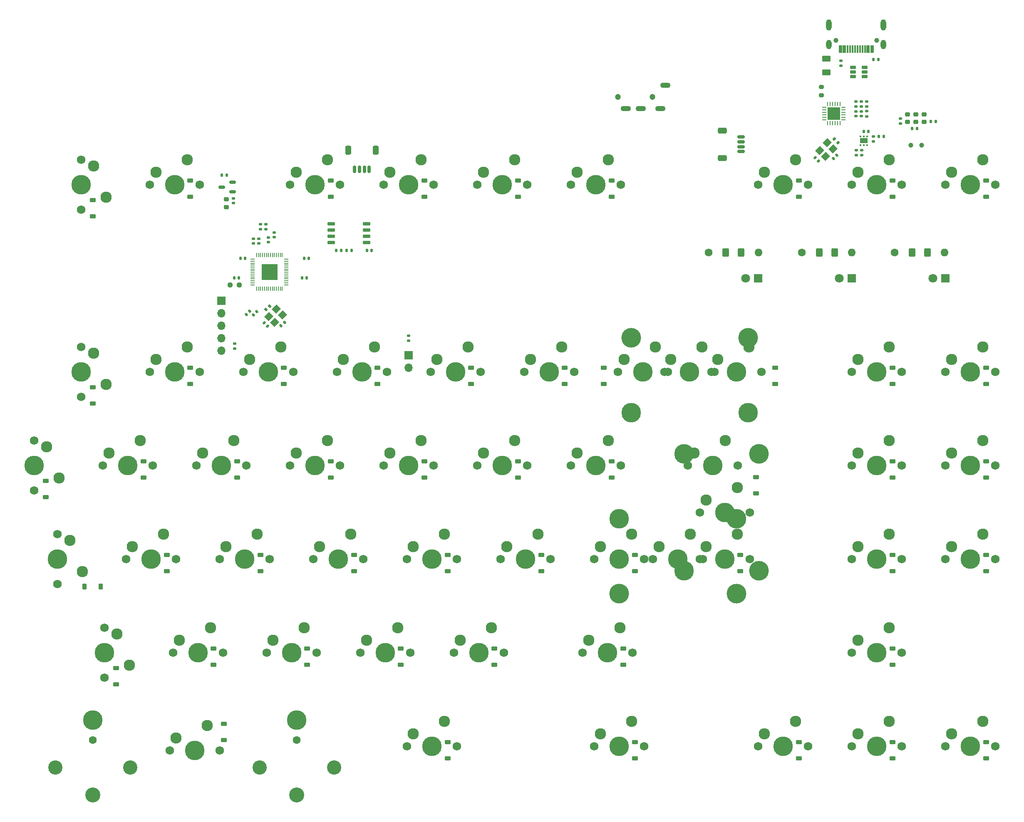
<source format=gbr>
%TF.GenerationSoftware,KiCad,Pcbnew,8.0.2*%
%TF.CreationDate,2024-11-08T19:37:49-08:00*%
%TF.ProjectId,gh80-5000-right,67683830-2d35-4303-9030-2d7269676874,rev?*%
%TF.SameCoordinates,Original*%
%TF.FileFunction,Soldermask,Bot*%
%TF.FilePolarity,Negative*%
%FSLAX46Y46*%
G04 Gerber Fmt 4.6, Leading zero omitted, Abs format (unit mm)*
G04 Created by KiCad (PCBNEW 8.0.2) date 2024-11-08 19:37:49*
%MOMM*%
%LPD*%
G01*
G04 APERTURE LIST*
G04 Aperture macros list*
%AMRoundRect*
0 Rectangle with rounded corners*
0 $1 Rounding radius*
0 $2 $3 $4 $5 $6 $7 $8 $9 X,Y pos of 4 corners*
0 Add a 4 corners polygon primitive as box body*
4,1,4,$2,$3,$4,$5,$6,$7,$8,$9,$2,$3,0*
0 Add four circle primitives for the rounded corners*
1,1,$1+$1,$2,$3*
1,1,$1+$1,$4,$5*
1,1,$1+$1,$6,$7*
1,1,$1+$1,$8,$9*
0 Add four rect primitives between the rounded corners*
20,1,$1+$1,$2,$3,$4,$5,0*
20,1,$1+$1,$4,$5,$6,$7,0*
20,1,$1+$1,$6,$7,$8,$9,0*
20,1,$1+$1,$8,$9,$2,$3,0*%
%AMRotRect*
0 Rectangle, with rotation*
0 The origin of the aperture is its center*
0 $1 length*
0 $2 width*
0 $3 Rotation angle, in degrees counterclockwise*
0 Add horizontal line*
21,1,$1,$2,0,0,$3*%
G04 Aperture macros list end*
%ADD10C,1.750000*%
%ADD11C,3.987800*%
%ADD12C,2.300000*%
%ADD13C,4.000000*%
%ADD14C,2.900000*%
%ADD15C,1.600000*%
%ADD16C,3.048000*%
%ADD17RoundRect,0.225000X0.375000X-0.225000X0.375000X0.225000X-0.375000X0.225000X-0.375000X-0.225000X0*%
%ADD18RoundRect,0.140000X0.219203X0.021213X0.021213X0.219203X-0.219203X-0.021213X-0.021213X-0.219203X0*%
%ADD19RoundRect,0.135000X-0.185000X0.135000X-0.185000X-0.135000X0.185000X-0.135000X0.185000X0.135000X0*%
%ADD20RoundRect,0.150000X0.625000X-0.150000X0.625000X0.150000X-0.625000X0.150000X-0.625000X-0.150000X0*%
%ADD21RoundRect,0.250000X0.650000X-0.350000X0.650000X0.350000X-0.650000X0.350000X-0.650000X-0.350000X0*%
%ADD22RoundRect,0.250000X-0.625000X0.375000X-0.625000X-0.375000X0.625000X-0.375000X0.625000X0.375000X0*%
%ADD23O,1.600000X1.600000*%
%ADD24C,1.200000*%
%ADD25O,2.100000X1.100000*%
%ADD26R,1.800000X1.800000*%
%ADD27C,1.800000*%
%ADD28RotRect,1.400000X1.200000X45.000000*%
%ADD29RoundRect,0.140000X0.170000X-0.140000X0.170000X0.140000X-0.170000X0.140000X-0.170000X-0.140000X0*%
%ADD30RoundRect,0.140000X-0.021213X0.219203X-0.219203X0.021213X0.021213X-0.219203X0.219203X-0.021213X0*%
%ADD31R,1.700000X1.700000*%
%ADD32O,1.700000X1.700000*%
%ADD33RoundRect,0.135000X0.185000X-0.135000X0.185000X0.135000X-0.185000X0.135000X-0.185000X-0.135000X0*%
%ADD34RoundRect,0.237500X0.250000X0.237500X-0.250000X0.237500X-0.250000X-0.237500X0.250000X-0.237500X0*%
%ADD35RoundRect,0.150000X-0.150000X-0.625000X0.150000X-0.625000X0.150000X0.625000X-0.150000X0.625000X0*%
%ADD36RoundRect,0.250000X-0.350000X-0.650000X0.350000X-0.650000X0.350000X0.650000X-0.350000X0.650000X0*%
%ADD37RoundRect,0.218750X-0.256250X0.218750X-0.256250X-0.218750X0.256250X-0.218750X0.256250X0.218750X0*%
%ADD38RoundRect,0.140000X-0.140000X-0.170000X0.140000X-0.170000X0.140000X0.170000X-0.140000X0.170000X0*%
%ADD39C,1.000000*%
%ADD40RoundRect,0.135000X-0.135000X-0.185000X0.135000X-0.185000X0.135000X0.185000X-0.135000X0.185000X0*%
%ADD41RoundRect,0.050000X0.387500X0.050000X-0.387500X0.050000X-0.387500X-0.050000X0.387500X-0.050000X0*%
%ADD42RoundRect,0.050000X0.050000X0.387500X-0.050000X0.387500X-0.050000X-0.387500X0.050000X-0.387500X0*%
%ADD43R,3.200000X3.200000*%
%ADD44RoundRect,0.050800X-0.300000X-0.700000X0.300000X-0.700000X0.300000X0.700000X-0.300000X0.700000X0*%
%ADD45RoundRect,0.050800X-0.150000X-0.700000X0.150000X-0.700000X0.150000X0.700000X-0.150000X0.700000X0*%
%ADD46O,1.101600X2.301600*%
%ADD47O,1.101600X1.901600*%
%ADD48RoundRect,0.150000X0.475000X0.150000X-0.475000X0.150000X-0.475000X-0.150000X0.475000X-0.150000X0*%
%ADD49RoundRect,0.140000X0.140000X0.170000X-0.140000X0.170000X-0.140000X-0.170000X0.140000X-0.170000X0*%
%ADD50RoundRect,0.135000X0.135000X0.185000X-0.135000X0.185000X-0.135000X-0.185000X0.135000X-0.185000X0*%
%ADD51RoundRect,0.135000X0.035355X-0.226274X0.226274X-0.035355X-0.035355X0.226274X-0.226274X0.035355X0*%
%ADD52RoundRect,0.225000X-0.375000X0.225000X-0.375000X-0.225000X0.375000X-0.225000X0.375000X0.225000X0*%
%ADD53RoundRect,0.140000X0.021213X-0.219203X0.219203X-0.021213X-0.021213X0.219203X-0.219203X0.021213X0*%
%ADD54RoundRect,0.140000X-0.170000X0.140000X-0.170000X-0.140000X0.170000X-0.140000X0.170000X0.140000X0*%
%ADD55RoundRect,0.225000X0.225000X0.375000X-0.225000X0.375000X-0.225000X-0.375000X0.225000X-0.375000X0*%
%ADD56RotRect,1.400000X1.200000X225.000000*%
%ADD57RoundRect,0.062500X0.062500X-0.375000X0.062500X0.375000X-0.062500X0.375000X-0.062500X-0.375000X0*%
%ADD58RoundRect,0.062500X0.375000X-0.062500X0.375000X0.062500X-0.375000X0.062500X-0.375000X-0.062500X0*%
%ADD59R,2.600000X2.600000*%
%ADD60RoundRect,0.150000X-0.650000X-0.150000X0.650000X-0.150000X0.650000X0.150000X-0.650000X0.150000X0*%
%ADD61RoundRect,0.225000X-0.250000X0.225000X-0.250000X-0.225000X0.250000X-0.225000X0.250000X0.225000X0*%
%ADD62RoundRect,0.150000X0.512500X0.150000X-0.512500X0.150000X-0.512500X-0.150000X0.512500X-0.150000X0*%
%ADD63RoundRect,0.250000X-0.400000X-0.625000X0.400000X-0.625000X0.400000X0.625000X-0.400000X0.625000X0*%
%ADD64RoundRect,0.135000X0.226274X0.035355X0.035355X0.226274X-0.226274X-0.035355X-0.035355X-0.226274X0*%
%ADD65RoundRect,0.093750X0.106250X-0.093750X0.106250X0.093750X-0.106250X0.093750X-0.106250X-0.093750X0*%
%ADD66R,1.600000X1.000000*%
%ADD67RoundRect,0.218750X0.256250X-0.218750X0.256250X0.218750X-0.256250X0.218750X-0.256250X-0.218750X0*%
%ADD68RoundRect,0.200000X-0.275000X0.200000X-0.275000X-0.200000X0.275000X-0.200000X0.275000X0.200000X0*%
G04 APERTURE END LIST*
D10*
%TO.C,MX24*%
X166370000Y-133350000D03*
D11*
X171450000Y-133350000D03*
D10*
X176530000Y-133350000D03*
D12*
X167640000Y-130810000D03*
X173990000Y-128270000D03*
%TD*%
D10*
%TO.C,MX35*%
X194945000Y-152400000D03*
D11*
X200025000Y-152400000D03*
D10*
X205105000Y-152400000D03*
D12*
X196215000Y-149860000D03*
X202565000Y-147320000D03*
%TD*%
D10*
%TO.C,MX22*%
X161607500Y-209550000D03*
D11*
X166687500Y-209550000D03*
D10*
X171767500Y-209550000D03*
D12*
X162877500Y-207010000D03*
X169227500Y-204470000D03*
%TD*%
D13*
%TO.C,S3*%
X207168750Y-126365000D03*
D11*
X207168750Y-141605000D03*
D13*
X230981250Y-126365000D03*
D11*
X230981250Y-141605000D03*
%TD*%
D10*
%TO.C,MX25*%
X156845000Y-152400000D03*
D11*
X161925000Y-152400000D03*
D10*
X167005000Y-152400000D03*
D12*
X158115000Y-149860000D03*
X164465000Y-147320000D03*
%TD*%
D10*
%TO.C,MX23*%
X175895000Y-95250000D03*
D11*
X180975000Y-95250000D03*
D10*
X186055000Y-95250000D03*
D12*
X177165000Y-92710000D03*
X183515000Y-90170000D03*
%TD*%
D10*
%TO.C,MX55*%
X271145000Y-209550000D03*
D11*
X276225000Y-209550000D03*
D10*
X281305000Y-209550000D03*
D12*
X272415000Y-207010000D03*
X278765000Y-204470000D03*
%TD*%
D10*
%TO.C,MX16*%
X133032500Y-190500000D03*
D11*
X138112500Y-190500000D03*
D10*
X143192500Y-190500000D03*
D12*
X134302500Y-187960000D03*
X140652500Y-185420000D03*
%TD*%
D10*
%TO.C,MX51*%
X271145000Y-95250000D03*
D11*
X276225000Y-95250000D03*
D10*
X281305000Y-95250000D03*
D12*
X272415000Y-92710000D03*
X278765000Y-90170000D03*
%TD*%
D10*
%TO.C,MX37*%
X233045000Y-95250000D03*
D11*
X238125000Y-95250000D03*
D10*
X243205000Y-95250000D03*
D12*
X234315000Y-92710000D03*
X240665000Y-90170000D03*
%TD*%
D13*
%TO.C,S2*%
X233203750Y-150018750D03*
D11*
X217963750Y-150018750D03*
D13*
X233203750Y-173831250D03*
D11*
X217963750Y-173831250D03*
%TD*%
D10*
%TO.C,MX45*%
X252095000Y-95250000D03*
D11*
X257175000Y-95250000D03*
D10*
X262255000Y-95250000D03*
D12*
X253365000Y-92710000D03*
X259715000Y-90170000D03*
%TD*%
D10*
%TO.C,MX1*%
X95250000Y-90170000D03*
D11*
X95250000Y-95250000D03*
D10*
X95250000Y-100330000D03*
D12*
X97790000Y-91440000D03*
X100330000Y-97790000D03*
%TD*%
D10*
%TO.C,MX28*%
X194945000Y-95250000D03*
D11*
X200025000Y-95250000D03*
D10*
X205105000Y-95250000D03*
D12*
X196215000Y-92710000D03*
X202565000Y-90170000D03*
%TD*%
D10*
%TO.C,MX26*%
X161607500Y-171450000D03*
D11*
X166687500Y-171450000D03*
D10*
X171767500Y-171450000D03*
D12*
X162877500Y-168910000D03*
X169227500Y-166370000D03*
%TD*%
D10*
%TO.C,MX34*%
X204470000Y-133350000D03*
D11*
X209550000Y-133350000D03*
D10*
X214630000Y-133350000D03*
D12*
X205740000Y-130810000D03*
X212090000Y-128270000D03*
%TD*%
D10*
%TO.C,MX3*%
X85725000Y-147320000D03*
D11*
X85725000Y-152400000D03*
D10*
X85725000Y-157480000D03*
D12*
X88265000Y-148590000D03*
X90805000Y-154940000D03*
%TD*%
D10*
%TO.C,MX8*%
X109220000Y-133350000D03*
D11*
X114300000Y-133350000D03*
D10*
X119380000Y-133350000D03*
D12*
X110490000Y-130810000D03*
X116840000Y-128270000D03*
%TD*%
D10*
%TO.C,MX2*%
X95250000Y-128270000D03*
D11*
X95250000Y-133350000D03*
D10*
X95250000Y-138430000D03*
D12*
X97790000Y-129540000D03*
X100330000Y-135890000D03*
%TD*%
D10*
%TO.C,MX18*%
X147320000Y-133350000D03*
D11*
X152400000Y-133350000D03*
D10*
X157480000Y-133350000D03*
D12*
X148590000Y-130810000D03*
X154940000Y-128270000D03*
%TD*%
D10*
%TO.C,MX6*%
X113337500Y-210350000D03*
D11*
X118417500Y-210350000D03*
D10*
X123497500Y-210350000D03*
D12*
X114607500Y-207810000D03*
X120957500Y-205270000D03*
%TD*%
D10*
%TO.C,MX44*%
X223520000Y-133350000D03*
D11*
X228600000Y-133350000D03*
D10*
X233680000Y-133350000D03*
D12*
X224790000Y-130810000D03*
X231140000Y-128270000D03*
%TD*%
D10*
%TO.C,MX39*%
X218757500Y-152400000D03*
D11*
X223837500Y-152400000D03*
D10*
X228917500Y-152400000D03*
D12*
X220027500Y-149860000D03*
X226377500Y-147320000D03*
%TD*%
D14*
%TO.C,S5*%
X90067500Y-213850000D03*
D15*
X97667500Y-208275000D03*
X97667500Y-219425000D03*
D14*
X105267500Y-213850000D03*
X131567500Y-213850000D03*
D15*
X139167500Y-208275000D03*
X139167500Y-219425000D03*
D14*
X146767500Y-213850000D03*
%TD*%
D10*
%TO.C,MX33*%
X199707500Y-209550000D03*
D11*
X204787500Y-209550000D03*
D10*
X209867500Y-209550000D03*
D12*
X200977500Y-207010000D03*
X207327500Y-204470000D03*
%TD*%
D10*
%TO.C,MX21*%
X152082500Y-190500000D03*
D11*
X157162500Y-190500000D03*
D10*
X162242500Y-190500000D03*
D12*
X153352500Y-187960000D03*
X159702500Y-185420000D03*
%TD*%
D10*
%TO.C,MX7*%
X109220000Y-95250000D03*
D11*
X114300000Y-95250000D03*
D10*
X119380000Y-95250000D03*
D12*
X110490000Y-92710000D03*
X116840000Y-90170000D03*
%TD*%
D10*
%TO.C,MX40*%
X211613750Y-171450000D03*
D11*
X216693750Y-171450000D03*
D10*
X221773750Y-171450000D03*
D12*
X212883750Y-168910000D03*
X219233750Y-166370000D03*
%TD*%
D16*
%TO.C,S4*%
X139167500Y-219435000D03*
D11*
X139167500Y-204195000D03*
D16*
X97667500Y-219435000D03*
D11*
X97667500Y-204195000D03*
%TD*%
D10*
%TO.C,MX13*%
X128270000Y-133350000D03*
D11*
X133350000Y-133350000D03*
D10*
X138430000Y-133350000D03*
D12*
X129540000Y-130810000D03*
X135890000Y-128270000D03*
%TD*%
D10*
%TO.C,MX47*%
X252095000Y-152400000D03*
D11*
X257175000Y-152400000D03*
D10*
X262255000Y-152400000D03*
D12*
X253365000Y-149860000D03*
X259715000Y-147320000D03*
%TD*%
D10*
%TO.C,MX38*%
X213995000Y-133350000D03*
D11*
X219075000Y-133350000D03*
D10*
X224155000Y-133350000D03*
D12*
X215265000Y-130810000D03*
X221615000Y-128270000D03*
%TD*%
D10*
%TO.C,MX29*%
X185420000Y-133350000D03*
D11*
X190500000Y-133350000D03*
D10*
X195580000Y-133350000D03*
D12*
X186690000Y-130810000D03*
X193040000Y-128270000D03*
%TD*%
D10*
%TO.C,MX50*%
X252095000Y-209550000D03*
D11*
X257175000Y-209550000D03*
D10*
X262255000Y-209550000D03*
D12*
X253365000Y-207010000D03*
X259715000Y-204470000D03*
%TD*%
D10*
%TO.C,MX32*%
X197326250Y-190500000D03*
D11*
X202406250Y-190500000D03*
D10*
X207486250Y-190500000D03*
D12*
X198596250Y-187960000D03*
X204946250Y-185420000D03*
%TD*%
D10*
%TO.C,MX17*%
X156845000Y-95250000D03*
D11*
X161925000Y-95250000D03*
D10*
X167005000Y-95250000D03*
D12*
X158115000Y-92710000D03*
X164465000Y-90170000D03*
%TD*%
D13*
%TO.C,S1*%
X228600000Y-178435000D03*
D11*
X228600000Y-163195000D03*
D13*
X204787500Y-178435000D03*
D11*
X204787500Y-163195000D03*
%TD*%
D10*
%TO.C,MX30*%
X175895000Y-152400000D03*
D11*
X180975000Y-152400000D03*
D10*
X186055000Y-152400000D03*
D12*
X177165000Y-149860000D03*
X183515000Y-147320000D03*
%TD*%
D10*
%TO.C,MX27*%
X171132500Y-190500000D03*
D11*
X176212500Y-190500000D03*
D10*
X181292500Y-190500000D03*
D12*
X172402500Y-187960000D03*
X178752500Y-185420000D03*
%TD*%
D10*
%TO.C,MX49*%
X252095000Y-190500000D03*
D11*
X257175000Y-190500000D03*
D10*
X262255000Y-190500000D03*
D12*
X253365000Y-187960000D03*
X259715000Y-185420000D03*
%TD*%
D10*
%TO.C,MX12*%
X137795000Y-95250000D03*
D11*
X142875000Y-95250000D03*
D10*
X147955000Y-95250000D03*
D12*
X139065000Y-92710000D03*
X145415000Y-90170000D03*
%TD*%
D10*
%TO.C,MX48*%
X252095000Y-171450000D03*
D11*
X257175000Y-171450000D03*
D10*
X262255000Y-171450000D03*
D12*
X253365000Y-168910000D03*
X259715000Y-166370000D03*
%TD*%
D10*
%TO.C,MX43*%
X221138750Y-171450000D03*
D11*
X226218750Y-171450000D03*
D10*
X231298750Y-171450000D03*
D12*
X222408750Y-168910000D03*
X228758750Y-166370000D03*
%TD*%
D10*
%TO.C,MX31*%
X180657500Y-171450000D03*
D11*
X185737500Y-171450000D03*
D10*
X190817500Y-171450000D03*
D12*
X181927500Y-168910000D03*
X188277500Y-166370000D03*
%TD*%
D10*
%TO.C,MX42*%
X221138750Y-161925000D03*
D11*
X226218750Y-161925000D03*
D10*
X231298750Y-161925000D03*
D12*
X222408750Y-159385000D03*
X228758750Y-156845000D03*
%TD*%
D10*
%TO.C,MX15*%
X123507500Y-171450000D03*
D11*
X128587500Y-171450000D03*
D10*
X133667500Y-171450000D03*
D12*
X124777500Y-168910000D03*
X131127500Y-166370000D03*
%TD*%
D10*
%TO.C,MX41*%
X233045000Y-209550000D03*
D11*
X238125000Y-209550000D03*
D10*
X243205000Y-209550000D03*
D12*
X234315000Y-207010000D03*
X240665000Y-204470000D03*
%TD*%
D10*
%TO.C,MX36*%
X199707500Y-171450000D03*
D11*
X204787500Y-171450000D03*
D10*
X209867500Y-171450000D03*
D12*
X200977500Y-168910000D03*
X207327500Y-166370000D03*
%TD*%
D10*
%TO.C,MX54*%
X271145000Y-171450000D03*
D11*
X276225000Y-171450000D03*
D10*
X281305000Y-171450000D03*
D12*
X272415000Y-168910000D03*
X278765000Y-166370000D03*
%TD*%
D10*
%TO.C,MX46*%
X252095000Y-133350000D03*
D11*
X257175000Y-133350000D03*
D10*
X262255000Y-133350000D03*
D12*
X253365000Y-130810000D03*
X259715000Y-128270000D03*
%TD*%
D10*
%TO.C,MX20*%
X142557500Y-171450000D03*
D11*
X147637500Y-171450000D03*
D10*
X152717500Y-171450000D03*
D12*
X143827500Y-168910000D03*
X150177500Y-166370000D03*
%TD*%
D10*
%TO.C,MX19*%
X137795000Y-152400000D03*
D11*
X142875000Y-152400000D03*
D10*
X147955000Y-152400000D03*
D12*
X139065000Y-149860000D03*
X145415000Y-147320000D03*
%TD*%
D10*
%TO.C,MX10*%
X104457500Y-171450000D03*
D11*
X109537500Y-171450000D03*
D10*
X114617500Y-171450000D03*
D12*
X105727500Y-168910000D03*
X112077500Y-166370000D03*
%TD*%
D10*
%TO.C,MX14*%
X118745000Y-152400000D03*
D11*
X123825000Y-152400000D03*
D10*
X128905000Y-152400000D03*
D12*
X120015000Y-149860000D03*
X126365000Y-147320000D03*
%TD*%
D10*
%TO.C,MX11*%
X113982500Y-190500000D03*
D11*
X119062500Y-190500000D03*
D10*
X124142500Y-190500000D03*
D12*
X115252500Y-187960000D03*
X121602500Y-185420000D03*
%TD*%
D10*
%TO.C,MX53*%
X271145000Y-152400000D03*
D11*
X276225000Y-152400000D03*
D10*
X281305000Y-152400000D03*
D12*
X272415000Y-149860000D03*
X278765000Y-147320000D03*
%TD*%
D10*
%TO.C,MX4*%
X90487500Y-166370000D03*
D11*
X90487500Y-171450000D03*
D10*
X90487500Y-176530000D03*
D12*
X93027500Y-167640000D03*
X95567500Y-173990000D03*
%TD*%
D10*
%TO.C,MX5*%
X100012500Y-185420000D03*
D11*
X100012500Y-190500000D03*
D10*
X100012500Y-195580000D03*
D12*
X102552500Y-186690000D03*
X105092500Y-193040000D03*
%TD*%
D10*
%TO.C,MX52*%
X271145000Y-133350000D03*
D11*
X276225000Y-133350000D03*
D10*
X281305000Y-133350000D03*
D12*
X272415000Y-130810000D03*
X278765000Y-128270000D03*
%TD*%
D10*
%TO.C,MX9*%
X99695000Y-152400000D03*
D11*
X104775000Y-152400000D03*
D10*
X109855000Y-152400000D03*
D12*
X100965000Y-149860000D03*
X107315000Y-147320000D03*
%TD*%
D17*
%TO.C,D48*%
X279400000Y-97693750D03*
X279400000Y-94393750D03*
%TD*%
D18*
%TO.C,C15*%
X133176911Y-124039411D03*
X132498089Y-123360589D03*
%TD*%
D17*
%TO.C,D28*%
X203200000Y-97693750D03*
X203200000Y-94393750D03*
%TD*%
D19*
%TO.C,R24*%
X249900000Y-69970000D03*
X249900000Y-70990000D03*
%TD*%
%TO.C,R16*%
X255100000Y-78290000D03*
X255100000Y-79310000D03*
%TD*%
D20*
%TO.C,J4*%
X229600000Y-88500000D03*
X229600000Y-87500000D03*
X229600000Y-86500000D03*
X229600000Y-85500000D03*
D21*
X225725000Y-89800000D03*
X225725000Y-84200000D03*
%TD*%
D17*
%TO.C,D46*%
X260350000Y-192943750D03*
X260350000Y-189643750D03*
%TD*%
%TO.C,D5*%
X102393750Y-196912500D03*
X102393750Y-193612500D03*
%TD*%
%TO.C,D32*%
X205581250Y-192943750D03*
X205581250Y-189643750D03*
%TD*%
D22*
%TO.C,F1*%
X246900000Y-69580000D03*
X246900000Y-72380000D03*
%TD*%
D17*
%TO.C,D47*%
X260350000Y-211993750D03*
X260350000Y-208693750D03*
%TD*%
D15*
%TO.C,R13*%
X260826250Y-109000000D03*
D23*
X270986250Y-109000000D03*
%TD*%
D17*
%TO.C,D37*%
X241300000Y-97693750D03*
X241300000Y-94393750D03*
%TD*%
D24*
%TO.C,J2*%
X204524600Y-77380000D03*
X211524500Y-77380000D03*
D25*
X209124500Y-79780000D03*
X206124500Y-79780000D03*
X214124500Y-74980000D03*
X213124500Y-79780000D03*
%TD*%
D19*
%TO.C,R25*%
X256500000Y-85390000D03*
X256500000Y-86410000D03*
%TD*%
D26*
%TO.C,LED1*%
X233050000Y-114300000D03*
D27*
X230510000Y-114300000D03*
%TD*%
D28*
%TO.C,Y1*%
X133458642Y-122076777D03*
X135014277Y-120521142D03*
X136216358Y-121723223D03*
X134660723Y-123278858D03*
%TD*%
D29*
%TO.C,C5*%
X130300000Y-107180000D03*
X130300000Y-106220000D03*
%TD*%
D30*
%TO.C,C3*%
X129539411Y-120960589D03*
X128860589Y-121639411D03*
%TD*%
D17*
%TO.C,D10*%
X112712500Y-173893750D03*
X112712500Y-170593750D03*
%TD*%
D31*
%TO.C,J1*%
X123800000Y-118820000D03*
D32*
X123800000Y-121360000D03*
X123800000Y-123900000D03*
X123800000Y-126440000D03*
X123800000Y-128980000D03*
%TD*%
D19*
%TO.C,R27*%
X253000000Y-88190000D03*
X253000000Y-89210000D03*
%TD*%
D29*
%TO.C,C19*%
X254000000Y-79280000D03*
X254000000Y-78320000D03*
%TD*%
D33*
%TO.C,R4*%
X161925000Y-127010000D03*
X161925000Y-125990000D03*
%TD*%
D34*
%TO.C,R8*%
X127412500Y-115600000D03*
X125587500Y-115600000D03*
%TD*%
D17*
%TO.C,D23*%
X184150000Y-97693750D03*
X184150000Y-94393750D03*
%TD*%
%TO.C,D33*%
X207962500Y-211993750D03*
X207962500Y-208693750D03*
%TD*%
%TO.C,D26*%
X169862500Y-173893750D03*
X169862500Y-170593750D03*
%TD*%
%TO.C,D36*%
X207962500Y-173893750D03*
X207962500Y-170593750D03*
%TD*%
D30*
%TO.C,C10*%
X130976911Y-121060589D03*
X130298089Y-121739411D03*
%TD*%
D35*
%TO.C,J3*%
X150900000Y-92100000D03*
X151900000Y-92100000D03*
X152900000Y-92100000D03*
X153900000Y-92100000D03*
D36*
X149600000Y-88225000D03*
X155200000Y-88225000D03*
%TD*%
D17*
%TO.C,D40*%
X229393750Y-173893750D03*
X229393750Y-170593750D03*
%TD*%
%TO.C,D1*%
X97631250Y-101662500D03*
X97631250Y-98362500D03*
%TD*%
D37*
%TO.C,D54*%
X263400000Y-80912500D03*
X263400000Y-82487500D03*
%TD*%
D17*
%TO.C,D17*%
X165100000Y-97693750D03*
X165100000Y-94393750D03*
%TD*%
%TO.C,D3*%
X88106250Y-158812500D03*
X88106250Y-155512500D03*
%TD*%
D38*
%TO.C,C16*%
X140670000Y-110190000D03*
X141630000Y-110190000D03*
%TD*%
D39*
%TO.C,TP1*%
X266300000Y-87200000D03*
%TD*%
D38*
%TO.C,C6*%
X123920000Y-93300000D03*
X124880000Y-93300000D03*
%TD*%
D17*
%TO.C,D35*%
X203200000Y-154843750D03*
X203200000Y-151543750D03*
%TD*%
%TO.C,D16*%
X141287500Y-192943750D03*
X141287500Y-189643750D03*
%TD*%
D19*
%TO.C,R26*%
X254100000Y-88190000D03*
X254100000Y-89210000D03*
%TD*%
D40*
%TO.C,R22*%
X264390000Y-83800000D03*
X265410000Y-83800000D03*
%TD*%
D41*
%TO.C,U1*%
X137037500Y-110400000D03*
X137037500Y-110800000D03*
X137037500Y-111200000D03*
X137037500Y-111600000D03*
X137037500Y-112000000D03*
X137037500Y-112400000D03*
X137037500Y-112800000D03*
X137037500Y-113200000D03*
X137037500Y-113600000D03*
X137037500Y-114000000D03*
X137037500Y-114400000D03*
X137037500Y-114800000D03*
X137037500Y-115200000D03*
X137037500Y-115600000D03*
D42*
X136200000Y-116437500D03*
X135800000Y-116437500D03*
X135400000Y-116437500D03*
X135000000Y-116437500D03*
X134600000Y-116437500D03*
X134200000Y-116437500D03*
X133800000Y-116437500D03*
X133400000Y-116437500D03*
X133000000Y-116437500D03*
X132600000Y-116437500D03*
X132200000Y-116437500D03*
X131800000Y-116437500D03*
X131400000Y-116437500D03*
X131000000Y-116437500D03*
D41*
X130162500Y-115600000D03*
X130162500Y-115200000D03*
X130162500Y-114800000D03*
X130162500Y-114400000D03*
X130162500Y-114000000D03*
X130162500Y-113600000D03*
X130162500Y-113200000D03*
X130162500Y-112800000D03*
X130162500Y-112400000D03*
X130162500Y-112000000D03*
X130162500Y-111600000D03*
X130162500Y-111200000D03*
X130162500Y-110800000D03*
X130162500Y-110400000D03*
D42*
X131000000Y-109562500D03*
X131400000Y-109562500D03*
X131800000Y-109562500D03*
X132200000Y-109562500D03*
X132600000Y-109562500D03*
X133000000Y-109562500D03*
X133400000Y-109562500D03*
X133800000Y-109562500D03*
X134200000Y-109562500D03*
X134600000Y-109562500D03*
X135000000Y-109562500D03*
X135400000Y-109562500D03*
X135800000Y-109562500D03*
X136200000Y-109562500D03*
D43*
X133600000Y-113000000D03*
%TD*%
D19*
%TO.C,R1*%
X126500000Y-127590000D03*
X126500000Y-128610000D03*
%TD*%
D17*
%TO.C,D14*%
X127000000Y-154843750D03*
X127000000Y-151543750D03*
%TD*%
D39*
%TO.C,J5*%
X248850000Y-65859500D03*
X257150000Y-65859500D03*
D44*
X249800000Y-67659500D03*
X250600000Y-67659500D03*
D45*
X251750000Y-67659500D03*
X252750000Y-67659500D03*
X253250000Y-67659500D03*
X254250000Y-67659500D03*
D44*
X255400000Y-67659500D03*
X256200000Y-67659500D03*
X256200000Y-67659500D03*
X255400000Y-67659500D03*
D45*
X254750000Y-67659500D03*
X253750000Y-67659500D03*
X252250000Y-67659500D03*
X251250000Y-67659500D03*
D44*
X250600000Y-67659500D03*
X249800000Y-67659500D03*
D46*
X247450000Y-62759600D03*
D47*
X247450000Y-66659600D03*
D46*
X258550000Y-62759600D03*
D47*
X258550000Y-66659600D03*
%TD*%
D17*
%TO.C,D8*%
X117475000Y-135793750D03*
X117475000Y-132493750D03*
%TD*%
D31*
%TO.C,BOOT1*%
X161925000Y-129987500D03*
D32*
X161925000Y-132527500D03*
%TD*%
D48*
%TO.C,U5*%
X254675000Y-71330000D03*
X254675000Y-72280000D03*
X254675000Y-73230000D03*
X252325000Y-73230000D03*
X252325000Y-72280000D03*
X252325000Y-71330000D03*
%TD*%
D17*
%TO.C,D19*%
X146050000Y-154843750D03*
X146050000Y-151543750D03*
%TD*%
%TO.C,D52*%
X279400000Y-211993750D03*
X279400000Y-208693750D03*
%TD*%
%TO.C,D50*%
X279400000Y-154843750D03*
X279400000Y-151543750D03*
%TD*%
D49*
%TO.C,C9*%
X128630000Y-110180000D03*
X127670000Y-110180000D03*
%TD*%
D40*
%TO.C,R6*%
X147190000Y-108600000D03*
X148210000Y-108600000D03*
%TD*%
D15*
%TO.C,R11*%
X241952500Y-109000000D03*
D23*
X252112500Y-109000000D03*
%TD*%
D50*
%TO.C,R20*%
X269220000Y-82400000D03*
X268200000Y-82400000D03*
%TD*%
D17*
%TO.C,D31*%
X188912500Y-173893750D03*
X188912500Y-170593750D03*
%TD*%
%TO.C,D22*%
X169862500Y-211993750D03*
X169862500Y-208693750D03*
%TD*%
D51*
%TO.C,R7*%
X132876876Y-120660624D03*
X133598124Y-119939376D03*
%TD*%
D17*
%TO.C,D13*%
X136525000Y-135793750D03*
X136525000Y-132493750D03*
%TD*%
%TO.C,D51*%
X279400000Y-173893750D03*
X279400000Y-170593750D03*
%TD*%
D15*
%TO.C,R9*%
X222920000Y-109000000D03*
D23*
X233080000Y-109000000D03*
%TD*%
D17*
%TO.C,D2*%
X97631250Y-139762500D03*
X97631250Y-136462500D03*
%TD*%
%TO.C,D18*%
X155575000Y-135793750D03*
X155575000Y-132493750D03*
%TD*%
D52*
%TO.C,D39*%
X232568750Y-154718750D03*
X232568750Y-158018750D03*
%TD*%
D53*
%TO.C,C14*%
X135960589Y-123939411D03*
X136639411Y-123260589D03*
%TD*%
D54*
%TO.C,C22*%
X252900000Y-80320000D03*
X252900000Y-81280000D03*
%TD*%
D55*
%TO.C,D4*%
X99250000Y-177000000D03*
X95950000Y-177000000D03*
%TD*%
D56*
%TO.C,Y2*%
X248278858Y-87923223D03*
X246723223Y-89478858D03*
X245521142Y-88276777D03*
X247076777Y-86721142D03*
%TD*%
D26*
%TO.C,LED3*%
X271150000Y-114300000D03*
D27*
X268610000Y-114300000D03*
%TD*%
D57*
%TO.C,U4*%
X249712500Y-82687500D03*
X249212500Y-82687500D03*
X248712500Y-82687500D03*
X248212500Y-82687500D03*
X247712500Y-82687500D03*
X247212500Y-82687500D03*
D58*
X246525000Y-82000000D03*
X246525000Y-81500000D03*
X246525000Y-81000000D03*
X246525000Y-80500000D03*
X246525000Y-80000000D03*
X246525000Y-79500000D03*
D57*
X247212500Y-78812500D03*
X247712500Y-78812500D03*
X248212500Y-78812500D03*
X248712500Y-78812500D03*
X249212500Y-78812500D03*
X249712500Y-78812500D03*
D58*
X250400000Y-79500000D03*
X250400000Y-80000000D03*
X250400000Y-80500000D03*
X250400000Y-81000000D03*
X250400000Y-81500000D03*
X250400000Y-82000000D03*
D59*
X248462500Y-80750000D03*
%TD*%
D60*
%TO.C,U2*%
X146200000Y-107005000D03*
X146200000Y-105735000D03*
X146200000Y-104465000D03*
X146200000Y-103195000D03*
X153400000Y-103195000D03*
X153400000Y-104465000D03*
X153400000Y-105735000D03*
X153400000Y-107005000D03*
%TD*%
D61*
%TO.C,C4*%
X124800000Y-98225000D03*
X124800000Y-99775000D03*
%TD*%
D62*
%TO.C,U3*%
X126137500Y-94750000D03*
X126137500Y-96650000D03*
X123862500Y-95700000D03*
%TD*%
D39*
%TO.C,TP2*%
X264100000Y-87200000D03*
%TD*%
D17*
%TO.C,D15*%
X131762500Y-173893750D03*
X131762500Y-170593750D03*
%TD*%
D29*
%TO.C,C12*%
X133400000Y-106950000D03*
X133400000Y-105990000D03*
%TD*%
%TO.C,C21*%
X252900000Y-79280000D03*
X252900000Y-78320000D03*
%TD*%
D17*
%TO.C,D25*%
X165100000Y-154843750D03*
X165100000Y-151543750D03*
%TD*%
%TO.C,D45*%
X260350000Y-173893750D03*
X260350000Y-170593750D03*
%TD*%
%TO.C,D38*%
X236537500Y-135793750D03*
X236537500Y-132493750D03*
%TD*%
D29*
%TO.C,C2*%
X134550000Y-105900000D03*
X134550000Y-104940000D03*
%TD*%
D63*
%TO.C,R12*%
X245482500Y-109000000D03*
X248582500Y-109000000D03*
%TD*%
D17*
%TO.C,D27*%
X179387500Y-192943750D03*
X179387500Y-189643750D03*
%TD*%
%TO.C,D42*%
X260350000Y-97693750D03*
X260350000Y-94393750D03*
%TD*%
%TO.C,D24*%
X174625000Y-135793750D03*
X174625000Y-132493750D03*
%TD*%
%TO.C,D41*%
X241300000Y-211993750D03*
X241300000Y-208693750D03*
%TD*%
%TO.C,D20*%
X150812500Y-173893750D03*
X150812500Y-170593750D03*
%TD*%
%TO.C,D11*%
X122237500Y-192943750D03*
X122237500Y-189643750D03*
%TD*%
D19*
%TO.C,R2*%
X132900000Y-103290000D03*
X132900000Y-104310000D03*
%TD*%
D63*
%TO.C,R14*%
X264356250Y-109000000D03*
X267456250Y-109000000D03*
%TD*%
D17*
%TO.C,D7*%
X117475000Y-97693750D03*
X117475000Y-94393750D03*
%TD*%
D18*
%TO.C,C17*%
X245339411Y-90439411D03*
X244660589Y-89760589D03*
%TD*%
D37*
%TO.C,D56*%
X265110000Y-80912500D03*
X265110000Y-82487500D03*
%TD*%
D64*
%TO.C,R21*%
X249260624Y-86660624D03*
X248539376Y-85939376D03*
%TD*%
D29*
%TO.C,C1*%
X131400000Y-107180000D03*
X131400000Y-106220000D03*
%TD*%
D17*
%TO.C,D34*%
X201612500Y-135793750D03*
X201612500Y-132493750D03*
%TD*%
D38*
%TO.C,C13*%
X140220000Y-114210000D03*
X141180000Y-114210000D03*
%TD*%
%TO.C,C8*%
X153420000Y-108600000D03*
X154380000Y-108600000D03*
%TD*%
D65*
%TO.C,U6*%
X255200000Y-87175000D03*
X254550000Y-87175000D03*
X253900000Y-87175000D03*
X253900000Y-85400000D03*
X254550000Y-85400000D03*
X255200000Y-85400000D03*
D66*
X254550000Y-86287500D03*
%TD*%
D26*
%TO.C,LED2*%
X252100000Y-114300000D03*
D27*
X249560000Y-114300000D03*
%TD*%
D67*
%TO.C,D55*%
X266810000Y-82487500D03*
X266810000Y-80912500D03*
%TD*%
D53*
%TO.C,C18*%
X248360589Y-89939411D03*
X249039411Y-89260589D03*
%TD*%
D17*
%TO.C,D29*%
X193675000Y-135793750D03*
X193675000Y-132493750D03*
%TD*%
%TO.C,D44*%
X260350000Y-154843750D03*
X260350000Y-151543750D03*
%TD*%
%TO.C,D9*%
X107950000Y-154843750D03*
X107950000Y-151543750D03*
%TD*%
D40*
%TO.C,R5*%
X149290000Y-108600000D03*
X150310000Y-108600000D03*
%TD*%
D38*
%TO.C,C23*%
X254520000Y-84400000D03*
X255480000Y-84400000D03*
%TD*%
D54*
%TO.C,C20*%
X254000000Y-80320000D03*
X254000000Y-81280000D03*
%TD*%
D17*
%TO.C,D6*%
X124300000Y-208250000D03*
X124300000Y-204950000D03*
%TD*%
D49*
%TO.C,C7*%
X127380000Y-114210000D03*
X126420000Y-114210000D03*
%TD*%
D17*
%TO.C,D12*%
X146050000Y-97693750D03*
X146050000Y-94393750D03*
%TD*%
%TO.C,D43*%
X260350000Y-135793750D03*
X260350000Y-132493750D03*
%TD*%
D40*
%TO.C,R15*%
X257590000Y-85400000D03*
X258610000Y-85400000D03*
%TD*%
D68*
%TO.C,R18*%
X245900000Y-75375000D03*
X245900000Y-77025000D03*
%TD*%
D17*
%TO.C,D49*%
X279400000Y-135793750D03*
X279400000Y-132493750D03*
%TD*%
D33*
%TO.C,R19*%
X262000000Y-82810000D03*
X262000000Y-81790000D03*
%TD*%
D17*
%TO.C,D30*%
X184150000Y-154843750D03*
X184150000Y-151543750D03*
%TD*%
D33*
%TO.C,R3*%
X131800000Y-104310000D03*
X131800000Y-103290000D03*
%TD*%
D54*
%TO.C,C11*%
X126300000Y-98020000D03*
X126300000Y-98980000D03*
%TD*%
D17*
%TO.C,D21*%
X160337500Y-192943750D03*
X160337500Y-189643750D03*
%TD*%
D40*
%TO.C,R23*%
X256490000Y-69780000D03*
X257510000Y-69780000D03*
%TD*%
D63*
%TO.C,R10*%
X226450000Y-109000000D03*
X229550000Y-109000000D03*
%TD*%
D19*
%TO.C,R17*%
X255100000Y-80290000D03*
X255100000Y-81310000D03*
%TD*%
M02*

</source>
